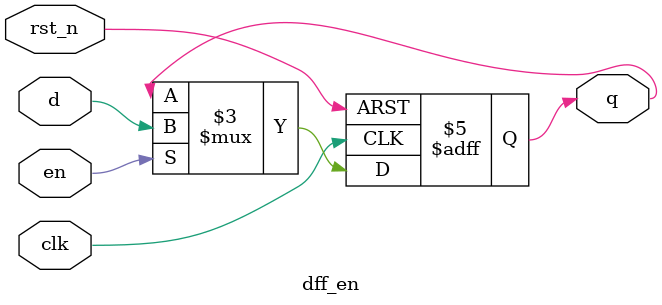
<source format=v>
module dff_en (
    input wire clk,
    input wire rst_n,
    input wire en,  // 使能信号
    input wire d,
    output reg q
);
    always @(posedge clk or negedge rst_n) begin
        if (!rst_n)
            q <= 1'b0;
        else if (en)
            q <= d;
        else ;
    end
endmodule
</source>
